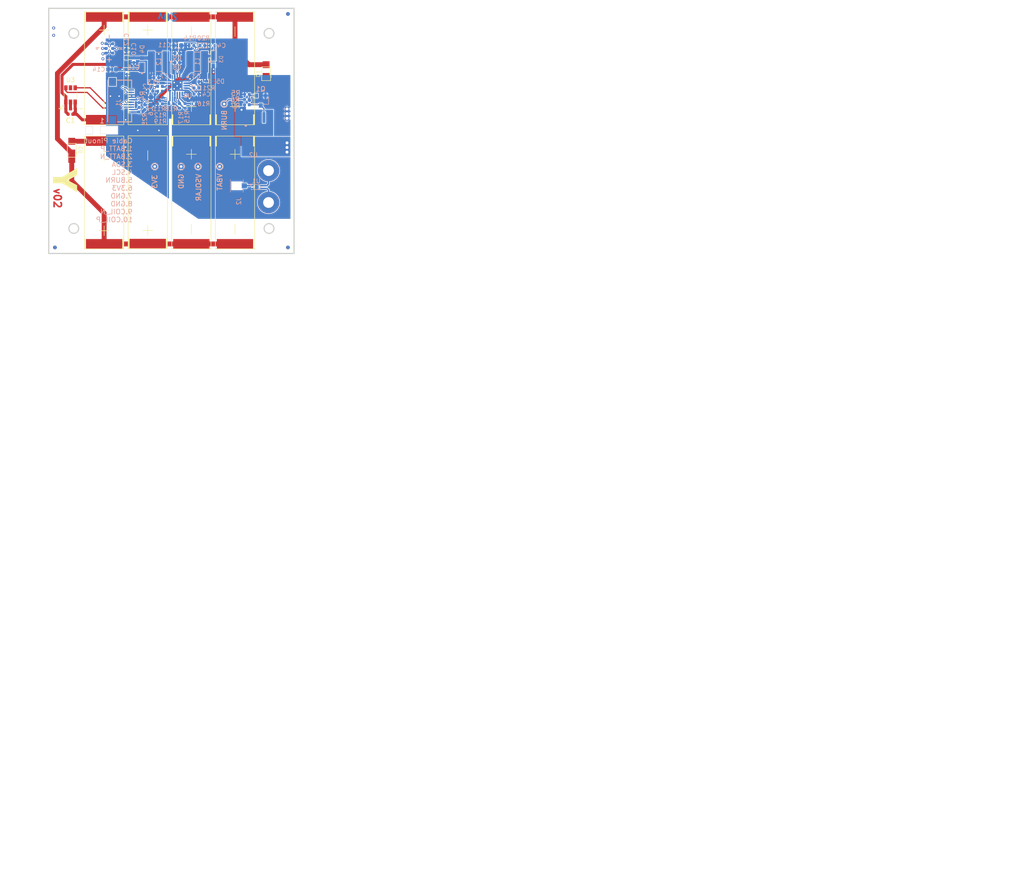
<source format=kicad_pcb>
(kicad_pcb (version 20211014) (generator pcbnew)
  (layers (0 "F.Cu" signal "Top") (1 "In1.Cu" signal) (2 "In2.Cu" signal) (3 "In3.Cu" signal) (4 "In4.Cu" signal) (31 "B.Cu" signal "Bottom") (34 "B.Paste" user) (35 "F.Paste" user) (36 "B.SilkS" user "B.Silkscreen") (37 "F.SilkS" user "F.Silkscreen") (38 "B.Mask" user) (39 "F.Mask" user) (44 "Edge.Cuts" user))
  (net 0 "")
  (net 1 "Net-(D1-Pad2)")
  (net 2 "Net-(D1-Pad1)")
  (net 3 "COIL_P")
  (net 4 "GND")
  (net 5 "+3V3")
  (net 6 "VSOLAR")
  (net 7 "BATT_N")
  (net 8 "BATT_P")
  (net 9 "COIL_N")
  (net 10 "Net-(J2-Pad3)")
  (net 11 "Net-(Q1-Pad3)")
  (net 12 "Net-(Q1-Pad1)")
  (net 13 "BURN1")
  (net 14 "Net-(H2-Pad1)")
  (net 15 "SCL1")
  (net 16 "SDA1")
  (net 17 "Net-(H1-Pad1)")
  (net 18 "/coil")
  (net 19 "/VBURN")
  (net 20 "/VBAT")
  (net 21 "Net-(L1-Pad2)")
  (net 22 "VOUT_EN")
  (net 23 "VBAT_OK")
  (net 24 "Net-(C4-Pad1)")
  (net 25 "Net-(C10-Pad1)")
  (net 26 "Net-(C11-Pad1)")
  (net 27 "Net-(L2-Pad1)")
  (net 28 "Net-(R1-Pad2)")
  (net 29 "Net-(R11-Pad2)")
  (net 30 "Net-(R12-Pad2)")
  (net 31 "Net-(R14-Pad2)")
  (net 32 "Net-(R15-Pad1)")
  (net 33 "Net-(R17-Pad1)")
  (net 34 "Net-(R18-Pad1)")
  (footprint "SolarCellParts:SB Diode" (layer "F.Cu") (at 154.686 68.961 90)
    (fp_text reference "D2")
    (fp_text value "SBDiode")
  )
  (footprint "custom-footprints:KXOB25-05X3F" (layer "F.Cu") (at 187.96 67.056 -90)
    (fp_text reference "SC1" hide)
    (fp_text value "SolarCell_Small")
  )
  (footprint "custom-footprints:KXOB25-05X3F" (layer "F.Cu") (at 179.07 67.056 -90)
    (fp_text reference "SC2" hide)
    (fp_text value "SolarCell_Small")
  )
  (footprint "custom-footprints:KXOB25-05X3F" (layer "F.Cu") (at 179.07 62.738 90)
    (fp_text reference "SC4" hide)
    (fp_text value "SolarCell_Small")
  )
  (footprint "custom-footprints:KXOB25-05X3F" (layer "F.Cu") (at 161.29 88.056 90)
    (fp_text reference "SC7" hide)
    (fp_text value "SolarCell_Small")
  )
  (footprint "custom-footprints:KXOB25-05X3F" (layer "F.Cu") (at 170.18 41.738 -90)
    (fp_text reference "SC8" hide)
    (fp_text value "SolarCell_Small")
  )
  (footprint "custom-footprints:KXOB25-05X3F" (layer "F.Cu") (at 170.18 88.011 90)
    (fp_text reference "SC5" hide)
    (fp_text value "SolarCell_Small")
  )
  (footprint "MountingHole:MountingHole_2.2mm_M2_Pad" (layer "F.Cu") (at 194.8 73.1)
    (fp_text reference "H2" hide)
    (fp_text value "MountingHole_Pad")
  )
  (footprint "MountingHole:MountingHole_2.2mm_M2_Pad" (layer "F.Cu") (at 194.8 79.6)
    (fp_text reference "H1" hide)
    (fp_text value "MountingHole_Pad")
  )
  (footprint "custom-footprints:KXOB25-05X3F" (layer "F.Cu") (at 161.29 41.738 -90)
    (fp_text reference "SC6" hide)
    (fp_text value "SolarCell_Small")
  )
  (footprint "Capacitor_SMD:C_0402_1005Metric" (layer "F.Cu") (at 154.432 61.595)
    (fp_text reference "C1")
    (fp_text value "1uF")
  )
  (footprint "Resistor_SMD:R_0402_1005Metric" (layer "F.Cu") (at 153.9748 60.5028)
    (fp_text reference "R1" hide)
    (fp_text value "0")
  )
  (footprint "Resistor_SMD:R_0402_1005Metric" (layer "F.Cu") (at 154.94 60.5028)
    (fp_text reference "R2" hide)
    (fp_text value "0")
  )
  (footprint "custom-footprints:KXOB25-05X3F" (layer "F.Cu") (at 187.96 62.738 90)
    (fp_text reference "SC3" hide)
    (fp_text value "SolarCell_Small")
  )
  (footprint "custom-footprints:TSL2561" (layer "F.Cu") (at 154.432 57.658 90)
    (fp_text reference "U3")
    (fp_text value "TSL2561" hide)
  )
  (footprint "SolarCellParts:SB Diode" (layer "F.Cu") (at 194.31 53.34 90)
    (fp_text reference "D1")
    (fp_text value "SBDiode")
  )
  (footprint "custom-footprints:ypanel" (layer "F.Cu") (at 152.4 92.075 -90)
    (fp_text reference "Ref**" hide)
    (fp_text value "Val**" hide)
  )
  (footprint "Fiducial:Fiducial_0.75mm_Mask1.5mm" (layer "F.Cu") (at 198.755 88.773)
    (fp_text reference "REF**" hide)
    (fp_text value "Fiducial_0.75mm_Mask1.5mm")
  )
  (footprint "Fiducial:Fiducial_0.75mm_Mask1.5mm" (layer "F.Cu") (at 151.257 88.773)
    (fp_text reference "REF**" hide)
    (fp_text value "Fiducial_0.75mm_Mask1.5mm")
  )
  (footprint "Fiducial:Fiducial_0.75mm_Mask1.5mm" (layer "F.Cu") (at 198.755 41.148)
    (fp_text reference "REF**" hide)
    (fp_text value "Fiducial_0.75mm_Mask1.5mm")
  )
  (footprint "custom-footprints:Burn-Wire" (layer "F.Cu") (at 198.566 67.43 90)
    (fp_text reference "JP1" hide)
    (fp_text value "Jumper")
  )
  (footprint "Resistor_SMD:R_0402_1005Metric" (layer "B.Cu") (at 161.671 48.65878 90)
    (fp_text reference "R3" hide)
    (fp_text value "0")
  )
  (footprint "Resistor_SMD:R_0402_1005Metric" (layer "B.Cu") (at 163.068 48.65878 90)
    (fp_text reference "R9" hide)
    (fp_text value "0")
  )
  (footprint "Resistor_SMD:R_0402_1005Metric" (layer "B.Cu") (at 161.671 47.6885 90)
    (fp_text reference "R8" hide)
    (fp_text value "0")
  )
  (footprint "Resistor_SMD:R_0402_1005Metric" (layer "B.Cu") (at 163.068 47.6885 90)
    (fp_text reference "R10" hide)
    (fp_text value "0")
  )
  (footprint "custom-footprints:MICROSMP" (layer "B.Cu") (at 183.5912 50.3682 -90)
    (fp_text reference "D3")
    (fp_text value "MSS1P4-M3_89A" hide)
  )
  (footprint "Resistor_SMD:R_0402_1005Metric" (layer "B.Cu") (at 168.4274 59.7154 90)
    (fp_text reference "R4")
    (fp_text value "0")
  )
  (footprint "Capacitor_SMD:C_0603_1608Metric" (layer "B.Cu") (at 162.941 52.451 180)
    (fp_text reference "C14")
    (fp_text value "100uF")
  )
  (footprint "Capacitor_SMD:C_0402_1005Metric" (layer "B.Cu") (at 167.33774 50.57394 -90)
    (fp_text reference "C10")
    (fp_text value "0.1uF")
  )
  (footprint "Capacitor_SMD:C_0402_1005Metric" (layer "B.Cu") (at 183.40324 47.58944 180)
    (fp_text reference "C4")
    (fp_text value "0.1uF")
  )
  (footprint "Capacitor_SMD:C_0402_1005Metric" (layer "B.Cu") (at 180.10124 54.95544)
    (fp_text reference "C3")
    (fp_text value "4.7uF")
  )
  (footprint "Capacitor_SMD:C_0402_1005Metric" (layer "B.Cu") (at 170.70324 56.92394 180)
    (fp_text reference "C2")
    (fp_text value "1.0uF")
  )
  (footprint "misc-circuits:LPS4018" (layer "B.Cu") (at 180.29174 50.89144 180)
    (fp_text reference "L1")
    (fp_text value "22uH-LPS4018-223MR" hide)
  )
  (footprint "Resistor_SMD:R_0402_1005Metric" (layer "B.Cu") (at 169.56024 60.16244 90)
    (fp_text reference "R25")
    (fp_text value "0")
  )
  (footprint "Resistor_SMD:R_0402_1005Metric" (layer "B.Cu") (at 180.10124 56.261)
    (fp_text reference "R21")
    (fp_text value "0")
  )
  (footprint "Resistor_SMD:R_0402_1005Metric" (layer "B.Cu") (at 172.67174 55.90794 180)
    (fp_text reference "R13")
    (fp_text value "0")
  )
  (footprint "Capacitor_SMD:C_0603_1608Metric" (layer "B.Cu") (at 165.862 49.276 90)
    (fp_text reference "C12")
    (fp_text value "100uF")
  )
  (footprint "Capacitor_SMD:C_0402_1005Metric" (layer "B.Cu") (at 180.10124 57.49544)
    (fp_text reference "C4")
    (fp_text value "10nF")
  )
  (footprint "Resistor_SMD:R_0402_1005Metric" (layer "B.Cu") (at 176.657 59.90844 90)
    (fp_text reference "R17")
    (fp_text value "374K")
  )
  (footprint "Capacitor_SMD:C_0603_1608Metric" (layer "B.Cu") (at 176.22774 47.58944 180)
    (fp_text reference "C11")
    (fp_text value "100uF")
  )
  (footprint "Resistor_SMD:R_0402_1005Metric" (layer "B.Cu") (at 172.67174 59.46394)
    (fp_text reference "R19")
    (fp_text value "4.53M")
  )
  (footprint "Capacitor_SMD:C_0402_1005Metric" (layer "B.Cu") (at 176.18458 51.08194 180)
    (fp_text reference "C8")
    (fp_text value "4.7uF")
  )
  (footprint "Resistor_SMD:R_0402_1005Metric" (layer "B.Cu") (at 181.30774 47.58944 180)
    (fp_text reference "R20")
    (fp_text value "0")
  )
  (footprint "Resistor_SMD:R_0402_1005Metric" (layer "B.Cu") (at 174.95774 59.46394)
    (fp_text reference "R18")
    (fp_text value "8.25M")
  )
  (footprint "Resistor_SMD:R_0402_1005Metric" (layer "B.Cu") (at 179.59324 59.46394 180)
    (fp_text reference "R16")
    (fp_text value "5.62M")
  )
  (footprint "custom-footprints:MICROSMP" (layer "B.Cu") (at 168.98874 51.39944 90)
    (fp_text reference "D4")
    (fp_text value "MSS1P4-M3_89A" hide)
  )
  (footprint "Capacitor_SMD:C_0402_1005Metric" (layer "B.Cu") (at 165.989 52.959 -90)
    (fp_text reference "C15")
    (fp_text value "0.1uF")
  )
  (footprint "misc-circuits:SOD523" (layer "B.Cu") (at 182.753 54.864)
    (fp_text reference "D5")
    (fp_text value "SDM20U40-7")
  )
  (footprint "Capacitor_SMD:C_0402_1005Metric" (layer "B.Cu") (at 176.18458 49.149784 180)
    (fp_text reference "C9")
    (fp_text value "0.1uF")
  )
  (footprint "misc-circuits:QFN50P350X350X100-21N-D" (layer "B.Cu") (at 176.20458 55.753784 180)
    (fp_text reference "U4")
    (fp_text value "Value" hide)
  )
  (footprint "Capacitor_SMD:C_0603_1608Metric" (layer "B.Cu") (at 170.83024 58.89244 90)
    (fp_text reference "C6")
    (fp_text value "100uF")
  )
  (footprint "Resistor_SMD:R_0402_1005Metric" (layer "B.Cu") (at 179.08524 47.58944)
    (fp_text reference "R14")
    (fp_text value "0")
  )
  (footprint "Resistor_SMD:R_0402_1005Metric" (layer "B.Cu") (at 177.81524 59.90844 -90)
    (fp_text reference "R15")
    (fp_text value "7.32M")
  )
  (footprint "custom-footprints:XF2M-1015-1A" (layer "B.Cu") (at 166.89324 58.89752 90)
    (fp_text reference "J1")
    (fp_text value "symbols_XF2M-1015-1A" hide)
  )
  (footprint "custom-footprints:U.FL-R-SMT-1" (layer "B.Cu") (at 188.341 76.2 -90)
    (fp_text reference "J2")
    (fp_text value "U.FL-R-SMT-1" hide)
  )
  (footprint "custom-footprints:TTB12G51-balun" (layer "B.Cu") (at 192.405 76.454 180)
    (fp_text reference "U1")
    (fp_text value "TTB12G51-Balun")
  )
  (footprint "Resistor_SMD:R_0402_1005Metric" (layer "B.Cu") (at 172.67174 58.19394)
    (fp_text reference "R12")
    (fp_text value "8.25M")
  )
  (footprint "Resistor_SMD:R_0402_1005Metric" (layer "B.Cu") (at 172.67174 56.92394)
    (fp_text reference "R11")
    (fp_text value "4.75M")
  )
  (footprint "misc-circuits:LPS4018" (layer "B.Cu") (at 172.4025 50.92446 180)
    (fp_text reference "L2")
    (fp_text value "10uH-LPS4018-103MR" hide)
  )
  (footprint "TestPoint:TestPoint_THTPad_D1.0mm_Drill0.5mm" (layer "B.Cu") (at 180.424666 72.263)
    (fp_text reference "TP1" hide)
    (fp_text value "TP")
  )
  (footprint "TestPoint:TestPoint_THTPad_D1.0mm_Drill0.5mm" (layer "B.Cu") (at 171.6024 72.263)
    (fp_text reference "TP2" hide)
    (fp_text value "TP")
  )
  (footprint "TestPoint:TestPoint_THTPad_D1.0mm_Drill0.5mm" (layer "B.Cu") (at 176.9872 72.263)
    (fp_text reference "TP3" hide)
    (fp_text value "TP")
  )
  (footprint "TestPoint:TestPoint_THTPad_D1.0mm_Drill0.5mm" (layer "B.Cu") (at 184.8358 72.263)
    (fp_text reference "TP4" hide)
    (fp_text value "TP")
  )
  (footprint "Capacitor_SMD:C_0402_1005Metric" (layer "B.Cu") (at 171.90974 54.12994)
    (fp_text reference "C7")
    (fp_text value "22uF")
  )
  (footprint "TestPoint:TestPoint_THTPad_D1.0mm_Drill0.5mm" (layer "B.Cu") (at 185.7502 59.5122)
    (fp_text reference "TP5" hide)
    (fp_text value "TP" hide)
  )
  (footprint "Fiducial:Fiducial_0.75mm_Mask1.5mm" (layer "B.Cu") (at 198.755 88.773)
    (fp_text reference "REF**" hide)
    (fp_text value "Fiducial_0.75mm_Mask1.5mm")
  )
  (footprint "Fiducial:Fiducial_0.75mm_Mask1.5mm" (layer "B.Cu") (at 151.257 88.773)
    (fp_text reference "REF**" hide)
    (fp_text value "Fiducial_0.75mm_Mask1.5mm")
  )
  (footprint "Fiducial:Fiducial_0.75mm_Mask1.5mm" (layer "B.Cu") (at 198.755 41.148)
    (fp_text reference "REF**" hide)
    (fp_text value "Fiducial_0.75mm_Mask1.5mm")
  )
  (footprint "Resistor_SMD:R_0402_1005Metric" (layer "B.Cu") (at 190.4 57.55 180)
    (fp_text reference "R5")
    (fp_text value "1M")
  )
  (footprint "Resistor_SMD:R_0402_1005Metric" (layer "B.Cu") (at 190.388 59.65 180)
    (fp_text reference "R7")
    (fp_text value "1M")
  )
  (footprint "Package_TO_SOT_SMD:SOT-23" (layer "B.Cu") (at 193.232 58.81 -90)
    (fp_text reference "Q1")
    (fp_text value "IRLML2803")
  )
  (footprint "custom-footprints:NDS8434" (layer "B.Cu") (at 191.962 64.906)
    (fp_text reference "U2")
    (fp_text value "NDS8434" hide)
  )
  (footprint "Resistor_SMD:R_0402_1005Metric" (layer "B.Cu") (at 190.388 58.594 180)
    (fp_text reference "R6")
    (fp_text value "4.7k")
  )
  (gr_line (start 162.34791 47.752) (end 162.34791 47.4345) (layer "B.SilkS") (width 0.12))
  (gr_line (start 162.34791 49.0855) (end 162.34791 48.768) (layer "B.SilkS") (width 0.12))
  (gr_line (start 162.34791 48.133) (end 162.34791 48.4505) (layer "B.SilkS") (width 0.12))
  (gr_line (start 162.34791 49.3395) (end 162.34791 49.657) (layer "B.SilkS") (width 0.12))
  (gr_line (start 181.0258 56.7436) (end 181.0258 55.753) (layer "B.SilkS") (width 0.12))
  (gr_line (start 180.3146 47.0662) (end 182.245 47.0662) (layer "B.SilkS") (width 0.12))
  (gr_line (start 182.245 48.0822) (end 180.3146 48.0822) (layer "B.SilkS") (width 0.12))
  (gr_line (start 180.3146 48.0822) (end 180.3146 47.0662) (layer "B.SilkS") (width 0.12))
  (gr_line (start 182.6514 55.3974) (end 182.6514 54.3306) (layer "B.SilkS") (width 0.12))
  (gr_line (start 162.34791 46.7995) (end 162.34791 47.117) (layer "B.SilkS") (width 0.12))
  (gr_line (start 182.245 47.0662) (end 182.245 48.0822) (layer "B.SilkS") (width 0.12))
  (gr_line (start 179.1716 56.7436) (end 181.0258 56.7436) (layer "B.SilkS") (width 0.12))
  (gr_line (start 179.1716 55.753) (end 179.1716 56.7436) (layer "B.SilkS") (width 0.12))
  (gr_line (start 181.0258 55.753) (end 179.1716 55.753) (layer "B.SilkS") (width 0.12))
  (gr_line (start 200 40) (end 150 40) (layer "Edge.Cuts") (width 0.25))
  (gr_circle (center 194.9 45.1) (end 195.9 45.1) (layer "Edge.Cuts") (width 0.25) (fill none))
  (gr_line (start 200 90) (end 200 40) (layer "Edge.Cuts") (width 0.25))
  (gr_circle (center 155.1 45.1) (end 156.1 45.1) (layer "Edge.Cuts") (width 0.25) (fill none))
  (gr_circle (center 194.9 84.9) (end 195.9 84.9) (layer "Edge.Cuts") (width 0.25) (fill none))
  (gr_line (start 159 65.65) (end 159 64.1) (layer "Edge.Cuts") (width 0.05))
  (gr_line (start 160.5 65.6) (end 160.5 64.1) (layer "Edge.Cuts") (width 0.05))
  (gr_line (start 150 90) (end 200 90) (layer "Edge.Cuts") (width 0.25))
  (gr_line (start 160.5 64.1) (end 164 64.1) (layer "Edge.Cuts") (width 0.05))
  (gr_line (start 164 64.1) (end 164 65.6) (layer "Edge.Cuts") (width 0.05))
  (gr_line (start 159 64.1) (end 157.5 64.1) (layer "Edge.Cuts") (width 0.05))
  (gr_line (start 157.5 64.1) (end 157.5 65.65) (layer "Edge.Cuts") (width 0.05))
  (gr_circle (center 155.1 84.9) (end 156.1 84.9) (layer "Edge.Cuts") (width 0.25) (fill none))
  (gr_line (start 150 40) (end 150 90) (layer "Edge.Cuts") (width 0.25))
  (gr_line (start 157.5 65.65) (end 159 65.65) (layer "Edge.Cuts") (width 0.05))
  (gr_line (start 164 65.6) (end 160.5 65.6) (layer "Edge.Cuts") (width 0.05))
  (gr_text "v02" (at 151.765 78.74 270) (layer "F.Cu") (effects (font (size 1.5 1.5) (thickness 0.3))))
  (gr_text "v02" (at 174.2186 41.7068 180) (layer "B.Cu") (effects (font (size 1.5 1.5) (thickness 0.3)) (justify mirror)))
  (gr_text "+" (at 162.2552 50.4698 90) (layer "B.SilkS") (effects (font (size 1.143 1.143) (thickness 0.2032)) (justify mirror)))
  (gr_text "-" (at 162.2552 45.9232 90) (layer "B.SilkS") (effects (font (size 1.143 1.143) (thickness 0.2032)) (justify mirror)))
  (gr_text "P" (at 160.02 48.1584 90) (layer "B.SilkS") (effects (font (size 0.635 0.635) (thickness 0.127)) (justify mirror)))
  (gr_text "N" (at 164.6428 48.1838 270) (layer "B.SilkS") (effects (font (size 0.635 0.635) (thickness 0.127)) (justify mirror)))
  (gr_text "1" (at 161.45 62.95) (layer "B.SilkS") (effects (font (size 1 1) (thickness 0.1778)) (justify left mirror)))
  (gr_text "3V3" (at 171.6024 73.8632 90) (layer "B.SilkS") (effects (font (size 1 1) (thickness 0.1778)) (justify left mirror)))
  (gr_text "GND" (at 176.9872 73.66 90) (layer "B.SilkS") (effects (font (size 1 1) (thickness 0.1778)) (justify left mirror)))
  (gr_text "VSOLAR" (at 180.5432 73.66 90) (layer "B.SilkS") (effects (font (size 1 1) (thickness 0.1778)) (justify left mirror)))
  (gr_text "VBAT" (at 184.8612 73.5838 90) (layer "B.SilkS") (effects (font (size 1 1) (thickness 0.1778)) (justify left mirror)))
  (gr_text "BURN" (at 185.7756 60.6552 90) (layer "B.SilkS") (effects (font (size 1 1) (thickness 0.1778)) (justify left mirror)))
  (gr_text "Cable Pinout\n1.BATT_P\n2.BATT_N\n3.SDA\n4.SCL\n5.BURN\n6.3V3\n7.GND\n8.GND\n9.COIL_N\n10.COIL_P" (at 167.1828 75.057) (layer "B.SilkS") (effects (font (size 1 1)) (justify left mirror)))
  (gr_text "-" (at 156.5148 60.3758) (layer "F.SilkS") (effects (font (size 1 1))))
  (gr_text "+" (at 152.4508 60.3758) (layer "F.SilkS") (effects (font (size 1 1))))
  (segment (start 161.29 88.056) (end 170.434 88.056) (width 1) (layer "F.Cu") (net 1))
  (segment (start 170.434 41.738) (end 179.578 41.738) (width 1) (layer "F.Cu") (net 1))
  (segment (start 161.29 41.738) (end 161.29 43.738) (width 1) (layer "F.Cu") (net 1))
  (segment (start 161.29 41.738) (end 170.434 41.738) (width 1) (layer "F.Cu") (net 1))
  (segment (start 151.768388 53.259612) (end 151.768388 66.593388) (width 1) (layer "F.Cu") (net 1))
  (segment (start 161.29 81.788) (end 161.29 88.056) (width 1) (layer "F.Cu") (net 1))
  (segment (start 151.768388 66.593388) (end 154.686 69.511) (width 1) (layer "F.Cu") (net 1))
  (segment (start 190.809 51.49) (end 187.96 48.641) (width 1) (layer "F.Cu") (net 1))
  (segment (start 179.578 41.738) (end 187.96 41.738) (width 1) (layer "F.Cu") (net 1))
  (segment (start 154.686 70.161) (end 154.686 75.184) (width 1) (layer "F.Cu") (net 1))
  (segment (start 161.29 43.738) (end 151.768388 53.259612) (width 1) (layer "F.Cu") (net 1))
  (segment (start 154.686 75.184) (end 161.29 81.788) (width 1) (layer "F.Cu") (net 1))
  (segment (start 154.686 69.511) (end 154.686 70.161) (width 1) (layer "F.Cu") (net 1))
  (segment (start 187.96 48.641) (end 187.96 41.738) (width 1) (layer "F.Cu") (net 1))
  (segment (start 179.578 88.056) (end 187.96 88.056) (width 1) (layer "F.Cu") (net 1))
  (segment (start 194.31 51.49) (end 190.809 51.49) (width 1) (layer "F.Cu") (net 1))
  (segment (start 170.434 88.056) (end 179.578 88.056) (width 1) (layer "F.Cu") (net 1))
  (segment (start 183.59374 56.72226) (end 183.59374 52.41544) (width 1) (layer "F.Cu") (net 2))
  (segment (start 187.96 62.738) (end 187.96 67.056) (width 1) (layer "F.Cu") (net 2))
  (segment (start 179.578 67.056) (end 187.96 67.056) (width 1) (layer "F.Cu") (net 2))
  (segment (start 194.31 54.54) (end 191.332 54.54) (width 1) (layer "F.Cu") (net 2))
  (segment (start 180.424666 72.263) (end 180.424666 67.056) (width 0.24892) (layer "F.Cu") (net 2))
  (segment (start 191.332 54.54) (end 187.96 57.912) (width 1) (layer "F.Cu") (net 2))
  (segment (start 180.424666 67.056) (end 179.07 67.056) (width 0.24892) (layer "F.Cu") (net 2))
  (segment (start 179.578 62.738) (end 179.578 67.056) (width 1) (layer "F.Cu") (net 2))
  (segment (start 187.96 57.912) (end 187.96 62.738) (width 1) (layer "F.Cu") (net 2))
  (segment (start 179.578 60.738) (end 183.59374 56.72226) (width 1) (layer "F.Cu") (net 2))
  (segment (start 179.578 62.738) (end 187.96 62.738) (width 1) (layer "F.Cu") (net 2))
  (segment (start 179.578 62.738) (end 179.578 60.738) (width 1) (layer "F.Cu") (net 2))
  (via (at 183.59374 52.41544) (size 0.6) (drill 0.3) (layers "F.Cu" "B.Cu") (net 2))
  (via (at 183.59374 53.05044) (size 0.6) (drill 0.3) (layers "F.Cu" "B.Cu") (net 2))
  (segment (start 183.59374 51.63344) (end 183.59374 53.05044) (width 0.6096) (layer "B.Cu") (net 2))
  (via (at 160.978844 48.166883) (size 0.6) (drill 0.3) (layers "F.Cu" "B.Cu") (net 3))
  (via (at 165.11269 56.134) (size 0.6) (drill 0.3) (layers "F.Cu" "B.Cu") (net 3))
  (segment (start 161.671 48.1735) (end 160.985461 48.1735) (width 0.2286) (layer "B.Cu") (net 3))
  (segment (start 160.985461 48.1735) (end 160.978844 48.166883) (width 0.2286) (layer "B.Cu") (net 3))
  (segment (start 165.735 56.134) (end 165.11269 56.134) (width 0.24892) (layer "B.Cu") (net 3))
  (segment (start 166.89324 56.64752) (end 166.24852 56.64752) (width 0.24892) (layer "B.Cu") (net 3))
  (segment (start 166.24852 56.64752) (end 165.735 56.134) (width 0.24892) (layer "B.Cu") (net 3))
  (segment (start 165.6842 62.738) (end 161.29 62.738) (width 1) (layer "F.Cu") (net 4))
  (segment (start 154.686 67.111) (end 161.235 67.111) (width 1) (layer "F.Cu") (net 4))
  (segment (start 165.6842 67.887509) (end 165.6842 67.056) (width 1) (layer "F.Cu") (net 4))
  (segment (start 170.434 60.285164) (end 172.339 58.380164) (width 0.6096) (layer "F.Cu") (net 4))
  (segment (start 155.425 61.087) (end 155.425 60.5028) (width 0.6096) (layer "F.Cu") (net 4))
  (segment (start 170.434 62.738) (end 170.434 64.897) (width 1) (layer "F.Cu") (net 4))
  (segment (start 165.6842 67.056) (end 161.29 67.056) (width 1) (layer "F.Cu") (net 4))
  (segment (start 165.6842 68.3006) (end 165.6842 67.887509) (width 1) (layer "F.Cu") (net 4))
  (segment (start 172.339 58.380164) (end 175.57498 55.144184) (width 0.6096) (layer "F.Cu") (net 4))
  (segment (start 176.340417 54.378747) (end 178.796228 54.378747) (width 0.6096) (layer "F.Cu") (net 4))
  (segment (start 155.382 60.4598) (end 155.425 60.5028) (width 0.6096) (layer "F.Cu") (net 4))
  (segment (start 170.434 62.738) (end 165.6842 62.738) (width 1) (layer "F.Cu") (net 4))
  (segment (start 155.702 61.595) (end 156.845 62.738) (width 0.6096) (layer "F.Cu") (net 4))
  (segment (start 154.917 61.595) (end 155.425 61.087) (width 0.6096) (layer "F.Cu") (net 4))
  (segment (start 172.466 62.7888) (end 172.4152 62.738) (width 1) (layer "F.Cu") (net 4))
  (segment (start 170.434 67.056) (end 165.6842 67.056) (width 1) (layer "F.Cu") (net 4))
  (segment (start 175.57498 55.144184) (end 176.340417 54.378747) (width 0.6096) (layer "F.Cu") (net 4))
  (segment (start 161.235 67.111) (end 161.29 67.056) (width 1) (layer "F.Cu") (net 4))
  (segment (start 156.845 62.738) (end 161.29 62.738) (width 0.6096) (layer "F.Cu") (net 4))
  (segment (start 154.917 61.595) (end 155.702 61.595) (width 0.6096) (layer "F.Cu") (net 4))
  (segment (start 170.434 64.897) (end 170.434 67.056) (width 1) (layer "F.Cu") (net 4))
  (segment (start 170.434 62.738) (end 170.434 60.285164) (width 0.6096) (layer "F.Cu") (net 4))
  (segment (start 168.148 64.897) (end 168.148 66.9544) (width 1) (layer "F.Cu") (net 4))
  (segment (start 168.148 66.9544) (end 168.1226 66.9798) (width 1) (layer "F.Cu") (net 4))
  (segment (start 172.466 64.897) (end 172.466 62.7888) (width 1) (layer "F.Cu") (net 4))
  (segment (start 155.382 59.108) (end 155.382 60.4598) (width 0.6096) (layer "F.Cu") (net 4))
  (via (at 175.57498 55.144184) (size 0.6) (drill 0.3) (layers "F.Cu" "B.Cu") (net 4))
  (via (at 172.41774 49.30394) (size 0.6) (drill 0.3) (layers "F.Cu" "B.Cu") (net 4))
  (via (at 162.57524 57.912) (size 0.6) (drill 0.3) (layers "F.Cu" "B.Cu") (net 4))
  (via (at 176.84498 56.388784) (size 0.6) (drill 0.3) (layers "F.Cu" "B.Cu") (net 4))
  (via (at 178.796228 54.378747) (size 0.6) (drill 0.3) (layers "F.Cu" "B.Cu") (net 4))
  (via (at 175.56734 56.4134) (size 0.6) (drill 0.3) (layers "F.Cu" "B.Cu") (net 4))
  (via (at 176.1744 55.80634) (size 0.6) (drill 0.3) (layers "F.Cu" "B.Cu") (net 4))
  (via (at 176.84498 55.144184) (size 0.6) (drill 0.3) (layers "F.Cu" "B.Cu") (net 4))
  (via (at 164.338 57.912) (size 0.6) (drill 0.3) (layers "F.Cu" "B.Cu") (net 4))
  (via (at 165.6842 62.738) (size 0.6) (drill 0.3) (layers "F.Cu" "B.Cu") (net 4))
  (via (at 178.689 58.42) (size 0.6) (drill 0.3) (layers "F.Cu" "B.Cu") (net 4))
  (via (at 165.6842 68.3006) (size 0.6) (drill 0.3) (layers "F.Cu" "B.Cu") (net 4))
  (via (at 168.148 64.897) (size 0.6) (drill 0.3) (layers "F.Cu" "B.Cu") (net 4))
  (via (at 172.466 64.897) (size 0.6) (drill 0.3) (layers "F.Cu" "B.Cu") (net 4))
  (segment (start 174.533981 54.783185) (end 175.207125 54.783185) (width 0.254) (layer "B.Cu") (net 4))
  (segment (start 174.55458 54.753784) (end 174.16858 54.753784) (width 0.2032) (layer "B.Cu") (net 4))
  (segment (start 176.20458 55.753784) (end 176.81418 55.144184) (width 0.2032) (layer "B.Cu") (net 4))
  (segment (start 174.50458 54.56578) (end 174.38624 54.44744) (width 0.29972) (layer "B.Cu") (net 4))
  (segment (start 174.057584 54.753784) (end 173.68774 54.38394) (width 0.29972) (layer "B.Cu") (net 4))
  (segment (start 175.70458 54.9071) (end 175.65624 54.95544) (width 0.29972) (layer "B.Cu") (net 4))
  (segment (start 175.70458 54.053784) (end 175.70458 54.9071) (width 0.29972) (layer "B.Cu") (net 4))
  (segment (start 175.70458 54.103784) (end 175.70458 53.788816) (width 0.2286) (layer "B.Cu") (net 4))
  (segment (start 175.66387 53.748106) (end 175.66387 53.61687) (width 0.2286) (layer "B.Cu") (net 4))
  (segment (start 174.50458 54.753784) (end 174.50458 54.56578) (width 0.29972) (layer "B.Cu") (net 4))
  (segment (start 174.50458 54.753784) (end 174.057584 54.753784) (width 0.29972) (layer "B.Cu") (net 4))
  (segment (start 175.70458 56.6851) (end 175.71974 56.66994) (width 0.29972) (layer "B.Cu") (net 4))
  (segment (start 176.81418 56.363384) (end 176.84498 56.388784) (width 0.2032) (layer "B.Cu") (net 4))
  (segment (start 177.85458 54.753784) (end 178.421191 54.753784) (width 0.2032) (layer "B.Cu") (net 4))
  (segment (start 177.90458 57.02852) (end 177.90922 57.03316) (width 0.29972) (layer "B.Cu") (net 4))
  (segment (start 178.191184 56.753784) (end 178.46294 57.02554) (width 0.29972) (layer "B.Cu") (net 4))
  (segment (start 178.421191 54.753784) (end 178.504129 54.670846) (width 0.2032) (layer "B.Cu") (net 4))
  (segment (start 178.504129 54.670846) (end 178.796228 54.378747) (width 0.2032) (layer "B.Cu") (net 4))
  (segment (start 175.70458 53.788816) (end 175.66387 53.748106) (width 0.2286) (layer "B.Cu") (net 4))
  (segment (start 176.81418 55.144184) (end 176.84498 55.144184) (width 0.2032) (layer "B.Cu") (net 4))
  (segment (start 177.177235 54.783185) (end 176.8983 55.06212) (width 0.254) (layer "B.Cu") (net 4))
  (segment (start 177.166103 56.724383) (end 177.07356 56.63184) (width 0.254) (layer "B.Cu") (net 4))
  (segment (start 175.59498 55.144184) (end 175.57498 55.144184) (width 0.2032) (layer "B.Cu") (net 4))
  (segment (start 177.90458 54.753784) (end 177.875179 54.783185) (width 0.254) (layer "B.Cu") (net 4))
  (segment (start 175.207125 54.783185) (end 175.58766 55.16372) (width 0.254) (layer "B.Cu") (net 4))
  (segment (start 176.20458 55.753784) (end 175.59498 55.144184) (width 0.2032) (layer "B.Cu") (net 4))
  (segment (start 175.70458 57.453784) (end 175.70458 56.6851) (width 0.29972) (layer "B.Cu") (net 4))
  (segment (start 177.859636 56.75884) (end 178.05654 56.75884) (width 0.2286) (layer "B.Cu") (net 4))
  (segment (start 177.90458 56.753784) (end 177.90458 57.02852) (width 0.29972) (layer "B.Cu") (net 4))
  (segment (start 174.50458 54.753784) (end 174.533981 54.783185) (width 0.254) (layer "B.Cu") (net 4))
  (segment (start 177.875179 54.783185) (end 177.177235 54.783185) (width 0.254) (layer "B.Cu") (net 4))
  (segment (start 177.90458 56.753784) (end 177.875179 56.724383) (width 0.254) (layer "B.Cu") (net 4))
  (segment (start 177.875179 56.724383) (end 177.166103 56.724383) (width 0.254) (layer "B.Cu") (net 4))
  (segment (start 177.90458 56.753784) (end 178.191184 56.753784) (width 0.29972) (layer "B.Cu") (net 4))
  (segment (start 176.20458 55.753784) (end 176.81418 56.363384) (width 0.2032) (layer "B.Cu") (net 4))
  (segment (start 198.566 60.53) (end 198.566 61.48) (width 0.48) (layer "B.Cu") (net 4))
  (segment (start 198.566 61.48) (end 198.566 62.43) (width 0.48) (layer "B.Cu") (net 4))
  (segment (start 175.70458 54.053784) (end 175.70458 53.45458) (width 0.24) (layer "B.Cu") (net 4))
  (segment (start 153.4898 60.5028) (end 153.4898 61.1378) (width 0.6096) (layer "F.Cu") (net 5))
  (segment (start 152.700199 57.216599) (end 152.700199 53.674801) (width 0.6096) (layer "F.Cu") (net 5))
  (segment (start 153.482 57.9984) (end 152.700199 57.216599) (width 0.6096) (layer "F.Cu") (net 5))
  (segment (start 153.482 59.108) (end 153.482 57.9984) (width 0.6096) (layer "F.Cu") (net 5))
  (segment (start 154.94 51.435) (end 163.957 51.435) (width 0.6096) (layer "F.Cu") (net 5))
  (segment (start 153.4898 61.1378) (end 153.947 61.595) (width 0.6096) (layer "F.Cu") (net 5))
  (segment (start 152.700199 53.674801) (end 154.94 51.435) (width 0.6096) (layer "F.Cu") (net 5))
  (segment (start 153.482 60.495) (end 153.4898 60.5028) (width 0.6096) (layer "F.Cu") (net 5))
  (segment (start 163.957 51.435) (end 164.973 52.451) (width 0.6096) (layer "F.Cu") (net 5))
  (segment (start 153.482 59.108) (end 153.482 60.495) (width 0.6096) (layer "F.Cu") (net 5))
  (via (at 168.148 58.42) (size 0.6) (drill 0.3) (layers "F.Cu" "B.Cu") (net 5))
  (via (at 164.973 52.451) (size 0.6) (drill 0.3) (layers "F.Cu" "B.Cu") (net 5))
  (segment (start 167.33774 52.50194) (end 168.53624 52.50194) (width 0.635) (layer "B.Cu") (net 5))
  (segment (start 168.53624 52.50194) (end 168.98874 52.04944) (width 0.635) (layer "B.Cu") (net 5))
  (segment (start 164.996 52.474) (end 164.973 52.451) (width 0.6096) (layer "B.Cu") (net 5))
  (segment (start 165.989 52.474) (end 164.996 52.474) (width 0.6096) (layer "B.Cu") (net 5))
  (segment (start 167.92048 58.64752) (end 168.148 58.42) (width 0.29972) (layer "B.Cu") (net 5))
  (segment (start 167.33774 52.50194) (end 165.989 52.50194) (width 0.6096) (layer "B.Cu") (net 5))
  (segment (start 163.703 52.451) (end 164.973 52.451) (width 0.6096) (layer "B.Cu") (net 5))
  (segment (start 166.89324 58.64752) (end 167.92048 58.64752) (width 0.29972) (layer "B.Cu") (net 5))
  (segment (start 181.89424 49.73344) (end 181.87924 49.74844) (width 0.6096) (layer "B.Cu") (net 6))
  (segment (start 178.31653 55.253784) (end 178.322986 55.26024) (width 0.2286) (layer "B.Cu") (net 6))
  (segment (start 178.322986 55.26024) (end 178.64074 55.26024) (width 0.29972) (layer "B.Cu") (net 6))
  (segment (start 177.85458 55.253784) (end 178.31653 55.253784) (width 0.2286) (layer "B.Cu") (net 6))
  (segment (start 183.59374 49.73344) (end 181.89424 49.73344) (width 0.6096) (layer "B.Cu") (net 6))
  (segment (start 183.88824 47.58944) (end 183.88824 49.43894) (width 0.381) (layer "B.Cu") (net 6))
  (segment (start 181.55408 54.28492) (end 181.61 54.229) (width 0.24892) (layer "B.Cu") (net 6))
  (segment (start 182.153 54.864) (end 181.55408 54.864) (width 0.24892) (layer "B.Cu") (net 6))
  (segment (start 180.4703 55.88) (end 180.594 56.0037) (width 0.29972) (layer "B.Cu") (net 6))
  (segment (start 182.153 54.36508) (end 182.118 54.33008) (width 0.24892) (layer "B.Cu") (net 6))
  (segment (start 179.61624 54.95544) (end 179.61624 55.02924) (width 0.29972) (layer "B.Cu") (net 6))
  (segment (start 179.61624 55.02924) (end 180.467 55.88) (width 0.29972) (layer "B.Cu") (net 6))
  (segment (start 180.467 55.88) (end 180.4703 55.88) (width 0.29972) (layer "B.Cu") (net 6))
  (segment (start 181.55408 54.864) (end 181.55408 54.28492) (width 0.24892) (layer "B.Cu") (net 6))
  (segment (start 180.594 56.0037) (end 180.594 56.261) (width 0.29972) (layer "B.Cu") (net 6))
  (segment (start 182.153 54.864) (end 182.153 54.36508) (width 0.24892) (layer "B.Cu") (net 6))
  (segment (start 166.89324 60.64244) (end 167.97774 60.64244) (width 0.24892) (layer "B.Cu") (net 7))
  (segment (start 167.97774 60.64244) (end 168.41724 60.20294) (width 0.24892) (layer "B.Cu") (net 7))
  (via (at 189.3 60.7) (size 0.8) (drill 0.4) (layers "F.Cu" "B.Cu") (net 8))
  (via (at 168.783 61.14752) (size 0.6) (drill 0.3) (layers "F.Cu" "B.Cu") (net 8))
  (segment (start 169.56024 60.64744) (end 169.06016 61.14752) (width 0.6096) (layer "B.Cu") (net 8))
  (segment (start 189.903 62.1358) (end 190.057 62.2898) (width 0.24) (layer "B.Cu") (net 8))
  (segment (start 169.06016 61.14752) (end 168.783 61.14752) (width 0.6096) (layer "B.Cu") (net 8))
  (segment (start 189.903 59.65) (end 189.903 62.1358) (width 0.24) (layer "B.Cu") (net 8))
  (segment (start 166.89324 61.14752) (end 168.27202 61.14752) (width 0.29972) (layer "B.Cu") (net 8))
  (segment (start 168.27202 61.14752) (end 168.783 61.14752) (width 0.6096) (layer "B.Cu") (net 8))
  (via (at 163.83 48.1965) (size 0.6) (drill 0.3) (layers "F.Cu" "B.Cu") (net 9))
  (via (at 165.7 57.1) (size 0.6) (drill 0.3) (layers "F.Cu" "B.Cu") (net 9))
  (segment (start 163.068 48.17378) (end 163.80728 48.17378) (width 0.2286) (layer "B.Cu") (net 9))
  (segment (start 163.80728 48.17378) (end 163.83 48.1965) (width 0.2286) (layer "B.Cu") (net 9))
  (segment (start 166.89324 57.14752) (end 165.979794 57.14752) (width 0.29972) (layer "B.Cu") (net 9))
  (segment (start 166.89324 57.14752) (end 165.74752 57.14752) (width 0.16) (layer "B.Cu") (net 9))
  (segment (start 165.979794 57.14752) (end 165.713339 56.881065) (width 0.29972) (layer "B.Cu") (net 9))
  (segment (start 165.74752 57.14752) (end 165.7 57.1) (width 0.16) (layer "B.Cu") (net 9))
  (segment (start 191.655 76.179) (end 189.887 76.179) (width 0.29972) (layer "B.Cu") (net 10))
  (segment (start 189.887 76.179) (end 189.866 76.2) (width 0.29972) (layer "B.Cu") (net 10))
  (segment (start 193.867 62.2898) (end 193.867 60.445) (width 0.24) (layer "B.Cu") (net 11))
  (segment (start 190.873 59.65) (end 193.072 59.65) (width 0.24) (layer "B.Cu") (net 11))
  (segment (start 193.072 59.65) (end 193.232 59.81) (width 0.24) (layer "B.Cu") (net 11))
  (segment (start 193.867 60.445) (end 193.232 59.81) (width 0.24) (layer "B.Cu") (net 11))
  (segment (start 190.8825 58.7535) (end 190.923 58.794) (width 0.6096) (layer "B.Cu") (net 12))
  (segment (start 190.939 58.81) (end 190.923 58.794) (width 0.6096) (layer "B.Cu") (net 12))
  (segment (start 191.145 57.81) (end 190.885 57.55) (width 0.24) (layer "B.Cu") (net 12))
  (segment (start 192.282 57.81) (end 191.145 57.81) (width 0.24) (layer "B.Cu") (net 12))
  (segment (start 190.885 58.582) (end 190.873 58.594) (width 0.24) (layer "B.Cu") (net 12))
  (segment (start 190.885 57.55) (end 190.885 58.582) (width 0.24) (layer "B.Cu") (net 12))
  (via (at 165.862 59.055) (size 0.6) (drill 0.3) (layers "F.Cu" "B.Cu") (net 13))
  (segment (start 165.95452 59.14752) (end 165.862 59.055) (width 0.29972) (layer "B.Cu") (net 13))
  (segment (start 189.903 58.594) (end 186.6684 58.594) (width 0.24) (layer "B.Cu") (net 13))
  (segment (start 186.6684 58.594) (end 185.7502 59.5122) (width 0.24) (layer "B.Cu") (net 13))
  (segment (start 166.89324 59.14752) (end 165.95452 59.14752) (width 0.29972) (layer "B.Cu") (net 13))
  (segment (start 194.8 75.837) (end 194.8 73.1) (width 0.29972) (layer "B.Cu") (net 14))
  (segment (start 194.458 76.179) (end 194.8 75.837) (width 0.29972) (layer "B.Cu") (net 14))
  (segment (start 193.155 76.179) (end 194.458 76.179) (width 0.29972) (layer "B.Cu") (net 14))
  (segment (start 161.671026 59.436026) (end 165.1 59.436026) (width 0.24892) (layer "F.Cu") (net 15))
  (segment (start 158.443 56.208) (end 161.671026 59.436026) (width 0.24892) (layer "F.Cu") (net 15))
  (segment (start 155.382 56.208) (end 158.443 56.208) (width 0.24892) (layer "F.Cu") (net 15))
  (via (at 165.1 59.436026) (size 0.6) (drill 0.3) (layers "F.Cu" "B.Cu") (net 15))
  (segment (start 166.89324 59.64752) (end 165.311494 59.64752) (width 0.24892) (layer "B.Cu") (net 15))
  (segment (start 165.311494 59.64752) (end 165.1 59.436026) (width 0.24892) (layer "B.Cu") (net 15))
  (segment (start 153.482 56.208) (end 153.482 56.835) (width 0.24892) (layer "F.Cu") (net 16))
  (segment (start 153.797 57.15) (end 157.8356 57.15) (width 0.24892) (layer "F.Cu") (net 16))
  (segment (start 161.0106 60.325) (end 165.1 60.325) (width 0.24892) (layer "F.Cu") (net 16))
  (segment (start 153.482 56.835) (end 153.797 57.15) (width 0.24892) (layer "F.Cu") (net 16))
  (segment (start 157.8356 57.15) (end 161.0106 60.325) (width 0.24892) (layer "F.Cu") (net 16))
  (via (at 165.1 60.325) (size 0.6) (drill 0.3) (layers "F.Cu" "B.Cu") (net 16))
  (segment (start 165.27748 60.14752) (end 165.1 60.325) (width 0.24892) (layer "B.Cu") (net 16))
  (segment (start 166.89324 60.14752) (end 165.27748 60.14752) (width 0.24892) (layer "B.Cu") (net 16))
  (segment (start 194.458 76.729) (end 194.8 77.071) (width 0.29972) (layer "B.Cu") (net 17))
  (segment (start 193.155 76.729) (end 194.458 76.729) (width 0.29972) (layer "B.Cu") (net 17))
  (segment (start 194.8 77.071) (end 194.8 79.6) (width 0.29972) (layer "B.Cu") (net 17))
  (via (at 151.003 44.0055) (size 0.6) (drill 0.3) (layers "F.Cu" "B.Cu") (net 18))
  (via (at 161.036 49.276) (size 0.6) (drill 0.3) (layers "F.Cu" "B.Cu") (net 18))
  (via (at 161.036 50.292) (size 0.6) (drill 0.3) (layers "F.Cu" "B.Cu") (net 18))
  (via (at 162.3695 48.75) (size 0.6) (drill 0.3) (layers "F.Cu" "B.Cu") (net 18))
  (via (at 160.909 47.117) (size 0.6) (drill 0.3) (layers "F.Cu" "B.Cu") (net 18))
  (via (at 151 45.5) (size 0.6) (drill 0.3) (layers "F.Cu" "B.Cu") (net 18))
  (via (at 162.359712 47.63769) (size 0.6) (drill 0.3) (layers "F.Cu" "B.Cu") (net 18))
  (segment (start 161.97572 49.14378) (end 162.3695 48.75) (width 0.24) (layer "B.Cu") (net 18))
  (segment (start 161.671 49.14378) (end 161.16822 49.14378) (width 0.24) (layer "B.Cu") (net 18))
  (segment (start 162.793902 47.2035) (end 162.359712 47.63769) (width 0.24892) (layer "B.Cu") (net 18))
  (segment (start 161.671 47.2035) (end 161.925522 47.2035) (width 0.24892) (layer "B.Cu") (net 18))
  (segment (start 163.068 47.2035) (end 162.793902 47.2035) (width 0.24892) (layer "B.Cu") (net 18))
  (segment (start 163.068 49.14378) (end 162.76328 49.14378) (width 0.24) (layer "B.Cu") (net 18))
  (segment (start 161.925522 47.2035) (end 162.359712 47.63769) (width 0.24892) (layer "B.Cu") (net 18))
  (segment (start 161.16822 49.14378) (end 161.036 49.276) (width 0.24) (layer "B.Cu") (net 18))
  (segment (start 161.671 49.14378) (end 161.887913 49.14378) (width 0.24892) (layer "B.Cu") (net 18))
  (segment (start 162.76328 49.14378) (end 162.3695 48.75) (width 0.24) (layer "B.Cu") (net 18))
  (segment (start 163.068 49.14378) (end 162.851087 49.14378) (width 0.24892) (layer "B.Cu") (net 18))
  (segment (start 161.671 49.14378) (end 161.97572 49.14378) (width 0.24) (layer "B.Cu") (net 18))
  (via (at 176.18458 52.959784) (size 0.6) (drill 0.3) (layers "F.Cu" "B.Cu") (net 20))
  (via (at 169.56024 59.01944) (size 0.6) (drill 0.3) (layers "F.Cu" "B.Cu") (net 20))
  (segment (start 176.20458 52.979784) (end 176.18458 52.959784) (width 0.2032) (layer "B.Cu") (net 20))
  (segment (start 169.56024 59.67744) (end 170.81524 59.67744) (width 0.24892) (layer "B.Cu") (net 20))
  (segment (start 169.56024 59.67744) (end 169.56024 59.01944) (width 0.24892) (layer "B.Cu") (net 20))
  (segment (start 176.18458 52.959784) (end 176.18458 53.30444) (width 0.508) (layer "B.Cu") (net 20))
  (segment (start 176.20458 53.32444) (end 176.18458 53.30444) (width 0.29972) (layer "B.Cu") (net 20))
  (segment (start 176.20458 54.053784) (end 176.20458 53.32444) (width 0.29972) (layer "B.Cu") (net 20))
  (via (at 171.52875 56.16194) (size 0.6) (drill 0.3) (layers "F.Cu" "B.Cu") (net 22))
  (via (at 177.94224 57.74944) (size 0.6) (drill 0.3) (layers "F.Cu" "B.Cu") (net 22))
  (segment (start 171.78275 55.90794) (end 171.52875 56.16194) (width 0.24892) (layer "B.Cu") (net 22))
  (segment (start 172.18674 55.90794) (end 171.78275 55.90794) (width 0.24892) (layer "B.Cu") (net 22))
  (segment (start 171.528738 56.161952) (end 171.52875 56.16194) (width 0.24892) (layer "B.Cu") (net 22))
  (segment (start 171.18824 56.92394) (end 171.18824 56.50245) (width 0.24892) (layer "B.Cu") (net 22))
  (segment (start 171.18824 56.50245) (end 171.528738 56.161952) (width 0.24892) (layer "B.Cu") (net 22))
  (segment (start 177.292 57.785) (end 177.90668 57.785) (width 0.29972) (layer "B.Cu") (net 22))
  (segment (start 177.90668 57.785) (end 177.94224 57.74944) (width 0.29972) (layer "B.Cu") (net 22))
  (segment (start 177.20458 57.69758) (end 177.292 57.785) (width 0.29972) (layer "B.Cu") (net 22))
  (segment (start 177.20458 57.453784) (end 177.20458 57.69758) (width 0.29972) (layer "B.Cu") (net 22))
  (segment (start 173.724467 56.03494) (end 173.28374 56.03494) (width 0.29972) (layer "B.Cu") (net 23))
  (segment (start 174.50458 55.753784) (end 174.041584 55.753784) (width 0.29972) (layer "B.Cu") (net 23))
  (segment (start 174.041584 55.753784) (end 174.005623 55.753784) (width 0.29972) (layer "B.Cu") (net 23))
  (segment (start 174.005623 55.753784) (end 173.724467 56.03494) (width 0.29972) (layer "B.Cu") (net 23))
  (segment (start 173.28374 56.03494) (end 173.15674 55.90794) (width 0.29972) (layer "B.Cu") (net 23))
  (segment (start 174.041584 55.753784) (end 174.041564 55.753764) (width 0.29972) (layer "B.Cu") (net 23))
  (segment (start 177.952319 56.301523) (end 178.607603 56.301523) (width 0.29972) (layer "B.Cu") (net 24))
  (segment (start 178.88712 56.58612) (end 179.61624 57.31524) (width 0.29972) (layer "B.Cu") (net 24))
  (segment (start 178.607603 56.301523) (end 178.88712 56.58104) (width 0.29972) (layer "B.Cu") (net 24))
  (segment (start 177.90458 56.253784) (end 177.952319 56.301523) (width 0.29972) (layer "B.Cu") (net 24))
  (segment (start 179.61624 57.31524) (end 179.61624 57.49544) (width 0.29972) (layer "B.Cu") (net 24))
  (segment (start 178.88712 56.58104) (end 178.88712 56.58612) (width 0.29972) (layer "B.Cu") (net 24))
  (segment (start 174.50458 55.253784) (end 173.75486 55.253784) (width 0.29972) (layer "B.Cu") (net 25))
  (segment (start 168.86474 50.08894) (end 168.98874 50.21294) (width 0.635) (layer "B.Cu") (net 25))
  (segment (start 168.98874 50.12944) (end 170.46924 50.12944) (width 0.762) (layer "B.Cu") (net 25))
  (segment (start 167.33774 50.08894) (end 165.85424 50.08894) (width 0.635) (layer "B.Cu") (net 25))
  (segment (start 167.33774 50.08894) (end 168.86474 50.08894) (width 0.635) (layer "B.Cu") (net 25))
  (segment (start 165.85424 50.08894) (end 165.81374 50.12944) (width 0.635) (layer "B.Cu") (net 25))
  (segment (start 170.46924 50.21294) (end 171.08424 50.82794) (width 0.2286) (layer "B.Cu") (net 25))
  (segment (start 171.45254 52.29987) (end 171.45254 53.41874) (width 0.29972) (layer "B.Cu") (net 25))
  (segment (start 170.38574 52.35067) (end 170.38574 53.36794) (width 0.29972) (layer "B.Cu") (net 25))
  (segment (start 173.75486 55.253784) (end 173.353784 55.253784) (width 0.24) (layer "B.Cu") (net 25))
  (segment (start 176.70458 54.053784) (end 176.70458 53.571124) (width 0.29972) (layer "B.Cu") (net 26))
  (segment (start 176.74085 53.534854) (end 176.74085 53.17744) (width 0.29972) (layer "B.Cu") (net 26))
  (segment (start 176.70458 53.571124) (end 176.74085 53.534854) (width 0.29972) (layer "B.Cu") (net 26))
  (segment (start 154.432 60.4798) (end 154.455 60.5028) (width 0.6096) (layer "F.Cu") (net 28))
  (segment (start 154.432 59.108) (end 154.432 60.4798) (width 0.6096) (layer "F.Cu") (net 28))
  (segment (start 174.50458 56.253784) (end 174.058822 56.253784) (width 0.2286) (layer "B.Cu") (net 29))
  (segment (start 174.058822 56.253784) (end 173.388666 56.92394) (width 0.2286) (layer "B.Cu") (net 29))
  (segment (start 173.388666 56.92394) (end 173.11624 56.92394) (width 0.2286) (layer "B.Cu") (net 29))
  (segment (start 172.18674 58.13044) (end 172.18674 57.89394) (width 0.2286) (layer "B.Cu") (net 29))
  (segment (start 172.18674 57.89394) (end 173.15674 56.92394) (width 0.2286) (layer "B.Cu") (net 29))
  (via (at 173.87824 58.47159) (size 0.6) (drill 0.3) (layers "F.Cu" "B.Cu") (net 30))
  (via (at 176.218027 58.650475) (size 0.6) (drill 0.3) (layers "F.Cu" "B.Cu") (net 30))
  (segment (start 173.15674 58.19394) (end 173.60059 58.19394) (width 0.2286) (layer "B.Cu") (net 30))
  (segment (start 173.60059 58.19394) (end 173.87824 58.47159) (width 0.2286) (layer "B.Cu") (net 30))
  (segment (start 176.20458 58.2) (end 176.20458 58.637028) (width 0.32) (layer "B.Cu") (net 30))
  (segment (start 177.81524 60.39344) (end 177.61444 60.39344) (width 0.29972) (layer "B.Cu") (net 30))
  (segment (start 177.61444 60.39344) (end 176.54524 59.32424) (width 0.29972) (layer "B.Cu") (net 30))
  (segment (start 176.54524 59.32424) (end 176.54524 58.95594) (width 0.29972) (layer "B.Cu") (net 30))
  (segment (start 176.54524 58.95594) (end 176.218027 58.650475) (width 0.29972) (layer "B.Cu") (net 30))
  (segment (start 176.20458 58.637028) (end 176.218027 58.650475) (width 0.32) (layer "B.Cu") (net 30))
  (segment (start 176.20458 57.453784) (end 176.20458 58.2) (width 0.29972) (layer "B.Cu") (net 30))
  (via (at 178.954084 55.753784) (size 0.6) (drill 0.3) (layers "F.Cu" "B.Cu") (net 31))
  (via (at 180.16474 48.22444) (size 0.6) (drill 0.3) (layers "F.Cu" "B.Cu") (net 31))
  (segment (start 179.57024 47.58944) (end 180.16474 48.18394) (width 0.29972) (layer "B.Cu") (net 31))
  (segment (start 180.79974 47.58944) (end 180.16474 48.22444) (width 0.2286) (layer "B.Cu") (net 31))
  (segment (start 180.16474 48.18394) (end 180.16474 48.22444) (width 0.29972) (layer "B.Cu") (net 31))
  (segment (start 178.954084 55.753784) (end 179.61624 56.41594) (width 0.29972) (layer "B.Cu") (net 31))
  (segment (start 177.90458 55.753784) (end 178.954084 55.753784) (width 0.29972) (layer "B.Cu") (net 31))
  (segment (start 180.82274 47.58944) (end 180.79974 47.58944) (width 0.2286) (layer "B.Cu") (net 31))
  (segment (start 177.81524 59.42344) (end 179.08524 59.42344) (width 0.29972) (layer "B.Cu") (net 32))
  (segment (start 177.78744 59.42344) (end 177.81524 59.42344) (width 0.29972) (layer "B.Cu") (net 32))
  (segment (start 176.70458 57.453784) (end 176.70458 58.34058) (width 0.29972) (layer "B.Cu") (net 32))
  (segment (start 176.70458 58.34058) (end 177.78744 59.42344) (width 0.29972) (layer "B.Cu") (net 32))
  (segment (start 175.20458 57.453784) (end 175.20458 59.22578) (width 0.29972) (layer "B.Cu") (net 33))
  (segment (start 175.20458 59.22578) (end 175.44274 59.46394) (width 0.29972) (layer "B.Cu") (net 33))
  (segment (start 175.44274 59.46394) (end 175.54194 59.46394) (width 0.29972) (layer "B.Cu") (net 33))
  (segment (start 175.7275 59.46394) (end 176.657 60.39344) (width 0.29972) (layer "B.Cu") (net 33))
  (segment (start 175.44274 59.46394) (end 175.7275 59.46394) (width 0.29972) (layer "B.Cu") (net 33))
  (segment (start 174.533584 56.753784) (end 174.70374 56.92394) (width 0.29972) (layer "B.Cu") (net 34))
  (segment (start 174.70374 58.81294) (end 174.47274 59.04394) (width 0.29972) (layer "B.Cu") (net 34))
  (segment (start 174.47274 59.46394) (end 173.15674 59.46394) (width 0.29972) (layer "B.Cu") (net 34))
  (segment (start 174.47274 59.04394) (end 174.47274 59.46394) (width 0.29972) (layer "B.Cu") (net 34))
  (segment (start 174.50458 56.753784) (end 174.533584 56.753784) (width 0.29972) (layer "B.Cu") (net 34))
  (segment (start 174.70374 56.92394) (end 174.70374 58.81294) (width 0.29972) (layer "B.Cu") (net 34))
  (zone (net 4) (net_name "GND") (layer "B.Cu") (connect_pads (clearance 0.127)) (min_thickness 0.127) (fill yes (thermal_gap 0.127) (thermal_bridge_width 0.2286))
    (polygon (pts (xy 199.24975 53.6) (xy 199.263 82.931) (xy 180.467 82.931) (xy 161.671 70.0405) (xy 161.671 60.96) (xy 161.6075 46.1645) (xy 190.5635 46.1645) (xy 190.55025 53.6)))
  )
  (zone (net 19) (net_name "/VBURN") (layer "B.Cu") (priority 2) (connect_pads yes (clearance 0.127)) (min_thickness 0.127) (fill yes (thermal_gap 0.127) (thermal_bridge_width 0.1524))
    (polygon (pts (xy 189.258354 66.16) (xy 199.25 66.16) (xy 199.25 70.224) (xy 189.258354 70.224)))
  )
  (zone (net 8) (net_name "BATT_P") (layer "B.Cu") (priority 1) (connect_pads yes (clearance 0.127)) (min_thickness 0.127) (fill yes (thermal_gap 0.127) (thermal_bridge_width 0.1524))
    (polygon (pts (xy 195.794 60.65) (xy 195.772 66.16) (xy 187.898 66.16) (xy 187.898 60.064) (xy 190.2 60.05) (xy 190.2 60.65)))
  )
  (zone (net 21) (net_name "Net-(L1-Pad2)") (layer "B.Cu") (priority 6) (connect_pads yes (clearance 0.000001)) (min_thickness 0.2032) (fill yes (thermal_gap 0.508) (thermal_bridge_width 0.508))
    (polygon (pts (xy 177.14978 54.32044) (xy 177.14978 53.620184) (xy 178.00574 51.90744) (xy 178.00574 48.79594) (xy 179.27574 48.79594) (xy 178.95824 53.05044) (xy 177.68824 54.32044)))
  )
  (zone (net 27) (net_name "Net-(L2-Pad1)") (layer "B.Cu") (priority 4) (connect_pads yes (clearance 0.000001)) (min_thickness 0.2032) (fill yes (thermal_gap 0.508) (thermal_bridge_width 0.508))
    (polygon (pts (xy 174.70374 54.331384) (xy 175.21938 54.331384) (xy 175.21938 53.620184) (xy 174.70374 53.36794) (xy 174.70374 50.82794) (xy 173.64458 50.82794) (xy 173.64458 53.468662)))
  )
  (zone (net 25) (net_name "Net-(C10-Pad1)") (layer "B.Cu") (priority 6) (connect_pads (clearance 0.127)) (min_thickness 0.127) (fill yes (thermal_gap 0.127) (thermal_bridge_width 0.2286))
    (polygon (pts (xy 171.40682 51.24704) (xy 171.40682 53.11394) (xy 171.65574 53.11394) (xy 171.65574 54.96306) (xy 173.68774 54.96306) (xy 173.68774 55.51424) (xy 170.23334 55.50154) (xy 170.23334 51.24704)))
  )
  (zone (net 26) (net_name "Net-(C11-Pad1)") (layer "B.Cu") (priority 4) (connect_pads (clearance 0.127)) (min_thickness 0.127) (fill yes (thermal_gap 0.127) (thermal_bridge_width 0.2286))
    (polygon (pts (xy 176.48174 52.400984) (xy 176.48174 46.95444) (xy 180.03774 46.95444) (xy 180.03774 47.828984) (xy 179.17796 48.54194) (xy 178.31818 48.54194) (xy 178.31818 52.096184) (xy 177.30218 53.315384) (xy 176.48174 53.315384)))
  )
  (zone (net 6) (net_name "VSOLAR") (layer "B.Cu") (priority 4) (connect_pads yes (clearance 0.127)) (min_thickness 0.127) (fill yes (thermal_gap 0.127) (thermal_bridge_width 0.2286))
    (polygon (pts (xy 178.38674 55.08244) (xy 178.76774 55.08244) (xy 181.05374 53.24094) (xy 181.05374 48.98644) (xy 182.32374 48.98644) (xy 182.32374 54.25694) (xy 182.32374 54.44744) (xy 180.16474 54.44744) (xy 180.16474 55.46344) (xy 178.38674 55.46344)))
  )
  (zone (net 0) (net_name "") (layer "B.Cu") (connect_pads (clearance 0)) (min_thickness 0.254)
    (keepout (tracks allowed) (vias allowed) (pads allowed) (copperpour not_allowed) (footprints allowed))
    (fill (thermal_gap 0.508) (thermal_bridge_width 0.508))
    (polygon (pts (xy 187.2 75.3) (xy 189.5 75.3) (xy 189.5 77.1) (xy 187.2 77.1)))
  )
  (zone (net 0) (net_name "") (layer "B.Cu") (connect_pads (clearance 0)) (min_thickness 0.254)
    (keepout (tracks allowed) (vias allowed) (pads allowed) (copperpour not_allowed) (footprints allowed))
    (fill (thermal_gap 0.508) (thermal_bridge_width 0.508))
    (polygon (pts (xy 174.5 79.25) (xy 174.5 62.5) (xy 174.8 62.5) (xy 175.1 62.5) (xy 175.1 79.25)))
  )
)
</source>
